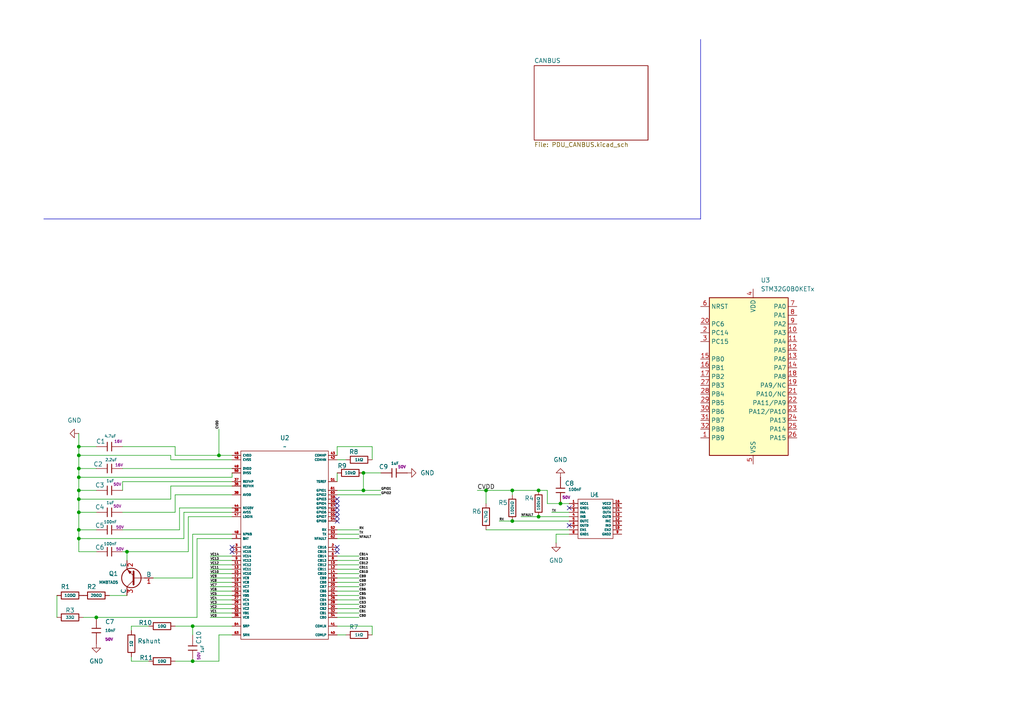
<source format=kicad_sch>
(kicad_sch (version 20231120) (generator "eeschema") (generator_version "8.0")
  (paper "A4")
  (junction (at 148.59 142.24))
  (junction (at 148.59 151.13))
  (junction (at 55.88 191.77))
  (junction (at 22.86 129.54))
  (junction (at 63.5 132.08))
  (junction (at 156.21 149.86))
  (junction (at 140.97 142.24))
  (junction (at 162.56 146.05))
  (junction (at 27.94 179.07))
  (junction (at 22.86 156.21))
  (junction (at 22.86 138.43))
  (junction (at 105.41 137.16))
  (junction (at 22.86 142.24))
  (junction (at 22.86 153.67))
  (junction (at 22.86 144.78))
  (junction (at 55.88 181.61))
  (junction (at 22.86 135.89))
  (junction (at 105.41 142.24))
  (junction (at 36.83 160.02))
  (junction (at 22.86 148.59))
  (junction (at 156.21 142.24))
  (junction (at 22.86 132.08))
  (no_connect (at 97.79 147.32))
  (no_connect (at 97.79 144.78))
  (no_connect (at 97.79 151.13))
  (no_connect (at 67.31 158.75))
  (no_connect (at 165.1 152.4))
  (no_connect (at 97.79 148.59))
  (no_connect (at 97.79 146.05))
  (no_connect (at 165.1 147.32))
  (no_connect (at 97.79 160.02))
  (no_connect (at 97.79 158.75))
  (no_connect (at 67.31 160.02))
  (no_connect (at 97.79 149.86))
  (wire (pts (xy 97.79 163.83) (xy 104.14 163.83)))
  (wire (pts (xy 49.53 140.97) (xy 49.53 144.78)))
  (wire (pts (xy 148.59 142.24) (xy 148.59 143.51)))
  (wire (pts (xy 50.8 143.51) (xy 67.31 143.51)))
  (wire (pts (xy 97.79 153.67) (xy 104.14 153.67)))
  (wire (pts (xy 160.02 148.59) (xy 165.1 148.59)))
  (wire (pts (xy 60.96 166.37) (xy 67.31 166.37)))
  (wire (pts (xy 36.83 160.02) (xy 54.61 160.02)))
  (wire (pts (xy 53.34 156.21) (xy 22.86 156.21)))
  (wire (pts (xy 27.94 179.07) (xy 57.15 179.07)))
  (wire (pts (xy 97.79 177.8) (xy 104.14 177.8)))
  (wire (pts (xy 148.59 142.24) (xy 156.21 142.24)))
  (wire (pts (xy 49.53 133.35) (xy 67.31 133.35)))
  (wire (pts (xy 22.86 153.67) (xy 27.94 153.67)))
  (wire (pts (xy 97.79 173.99) (xy 104.14 173.99)))
  (wire (pts (xy 49.53 144.78) (xy 22.86 144.78)))
  (wire (pts (xy 52.07 147.32) (xy 67.31 147.32)))
  (wire (pts (xy 16.51 172.72) (xy 16.51 179.07)))
  (wire (pts (xy 38.1 181.61) (xy 43.18 181.61)))
  (wire (pts (xy 97.79 142.24) (xy 105.41 142.24)))
  (wire (pts (xy 60.96 168.91) (xy 67.31 168.91)))
  (wire (pts (xy 60.96 167.64) (xy 67.31 167.64)))
  (wire (pts (xy 63.5 132.08) (xy 67.31 132.08)))
  (wire (pts (xy 60.96 162.56) (xy 67.31 162.56)))
  (wire (pts (xy 27.94 148.59) (xy 22.86 148.59)))
  (wire (pts (xy 97.79 139.7) (xy 97.79 137.16)))
  (wire (pts (xy 97.79 168.91) (xy 104.14 168.91)))
  (wire (pts (xy 22.86 132.08) (xy 49.53 132.08)))
  (wire (pts (xy 67.31 140.97) (xy 49.53 140.97)))
  (wire (pts (xy 50.8 148.59) (xy 50.8 143.51)))
  (wire (pts (xy 54.61 149.86) (xy 67.31 149.86)))
  (wire (pts (xy 22.86 153.67) (xy 22.86 148.59)))
  (wire (pts (xy 97.79 171.45) (xy 104.14 171.45)))
  (wire (pts (xy 60.96 179.07) (xy 67.31 179.07)))
  (wire (pts (xy 138.43 142.24) (xy 140.97 142.24)))
  (wire (pts (xy 140.97 142.24) (xy 140.97 146.05)))
  (wire (pts (xy 36.83 160.02) (xy 36.83 162.56)))
  (wire (pts (xy 35.56 139.7) (xy 67.31 139.7)))
  (wire (pts (xy 107.95 129.54) (xy 107.95 133.35)))
  (wire (pts (xy 97.79 162.56) (xy 104.14 162.56)))
  (wire (pts (xy 60.96 163.83) (xy 67.31 163.83)))
  (wire (pts (xy 161.29 157.48) (xy 161.29 154.94)))
  (wire (pts (xy 110.49 137.16) (xy 105.41 137.16)))
  (wire (pts (xy 97.79 184.15) (xy 100.33 184.15)))
  (wire (pts (xy 55.88 167.64) (xy 55.88 154.94)))
  (wire (pts (xy 156.21 142.24) (xy 158.75 142.24)))
  (wire (pts (xy 156.21 149.86) (xy 165.1 149.86)))
  (wire (pts (xy 60.96 177.8) (xy 67.31 177.8)))
  (wire (pts (xy 38.1 190.5) (xy 38.1 191.77)))
  (wire (pts (xy 22.86 156.21) (xy 22.86 160.02)))
  (wire (pts (xy 97.79 172.72) (xy 104.14 172.72)))
  (wire (pts (xy 22.86 144.78) (xy 22.86 148.59)))
  (wire (pts (xy 105.41 142.24) (xy 110.49 142.24)))
  (wire (pts (xy 67.31 184.15) (xy 63.5 184.15)))
  (wire (pts (xy 97.79 181.61) (xy 107.95 181.61)))
  (wire (pts (xy 97.79 132.08) (xy 97.79 129.54)))
  (wire (pts (xy 97.79 156.21) (xy 104.14 156.21)))
  (wire (pts (xy 50.8 181.61) (xy 55.88 181.61)))
  (wire (pts (xy 44.45 167.64) (xy 55.88 167.64)))
  (wire (pts (xy 140.97 142.24) (xy 148.59 142.24)))
  (wire (pts (xy 27.94 135.89) (xy 22.86 135.89)))
  (wire (pts (xy 97.79 170.18) (xy 104.14 170.18)))
  (wire (pts (xy 35.56 135.89) (xy 67.31 135.89)))
  (wire (pts (xy 38.1 182.88) (xy 38.1 181.61)))
  (wire (pts (xy 97.79 143.51) (xy 110.49 143.51)))
  (wire (pts (xy 55.88 191.77) (xy 63.5 191.77)))
  (wire (pts (xy 67.31 148.59) (xy 53.34 148.59)))
  (wire (pts (xy 54.61 160.02) (xy 54.61 149.86)))
  (wire (pts (xy 57.15 156.21) (xy 67.31 156.21)))
  (wire (pts (xy 97.79 154.94) (xy 104.14 154.94)))
  (wire (pts (xy 63.5 184.15) (xy 63.5 191.77)))
  (wire (pts (xy 38.1 191.77) (xy 43.18 191.77)))
  (wire (pts (xy 55.88 181.61) (xy 67.31 181.61)))
  (wire (pts (xy 97.79 129.54) (xy 107.95 129.54)))
  (wire (pts (xy 156.21 149.86) (xy 151.13 149.86)))
  (wire (pts (xy 140.97 153.67) (xy 165.1 153.67)))
  (wire (pts (xy 60.96 175.26) (xy 67.31 175.26)))
  (wire (pts (xy 158.75 142.24) (xy 158.75 146.05)))
  (wire (pts (xy 60.96 170.18) (xy 67.31 170.18)))
  (wire (pts (xy 161.29 154.94) (xy 165.1 154.94)))
  (wire (pts (xy 97.79 176.53) (xy 104.14 176.53)))
  (wire (pts (xy 22.86 129.54) (xy 22.86 132.08)))
  (wire (pts (xy 35.56 129.54) (xy 50.8 129.54)))
  (wire (pts (xy 22.86 144.78) (xy 22.86 142.24)))
  (wire (pts (xy 35.56 153.67) (xy 52.07 153.67)))
  (wire (pts (xy 50.8 129.54) (xy 50.8 132.08)))
  (wire (pts (xy 63.5 124.46) (xy 63.5 132.08)))
  (wire (pts (xy 60.96 173.99) (xy 67.31 173.99)))
  (wire (pts (xy 22.86 135.89) (xy 22.86 138.43)))
  (wire (pts (xy 60.96 161.29) (xy 67.31 161.29)))
  (wire (pts (xy 31.75 172.72) (xy 36.83 172.72)))
  (wire (pts (xy 57.15 179.07) (xy 57.15 156.21)))
  (wire (pts (xy 60.96 172.72) (xy 67.31 172.72)))
  (wire (pts (xy 50.8 132.08) (xy 63.5 132.08)))
  (wire (pts (xy 97.79 179.07) (xy 104.14 179.07)))
  (wire (pts (xy 22.86 138.43) (xy 67.31 138.43)))
  (wire (pts (xy 107.95 181.61) (xy 107.95 184.15)))
  (wire (pts (xy 97.79 175.26) (xy 104.14 175.26)))
  (wire (pts (xy 55.88 154.94) (xy 67.31 154.94)))
  (wire (pts (xy 55.88 184.15) (xy 55.88 181.61)))
  (wire (pts (xy 27.94 160.02) (xy 22.86 160.02)))
  (wire (pts (xy 144.78 151.13) (xy 148.59 151.13)))
  (wire (pts (xy 22.86 129.54) (xy 27.94 129.54)))
  (wire (pts (xy 105.41 137.16) (xy 105.41 142.24)))
  (wire (pts (xy 22.86 142.24) (xy 22.86 138.43)))
  (wire (pts (xy 60.96 176.53) (xy 67.31 176.53)))
  (wire (pts (xy 60.96 171.45) (xy 67.31 171.45)))
  (wire (pts (xy 67.31 138.43) (xy 67.31 137.16)))
  (wire (pts (xy 97.79 133.35) (xy 100.33 133.35)))
  (wire (pts (xy 52.07 153.67) (xy 52.07 147.32)))
  (polyline (pts (xy 203.2 11.43) (xy 203.2 63.5)))
  (wire (pts (xy 35.56 142.24) (xy 35.56 139.7)))
  (wire (pts (xy 97.79 166.37) (xy 104.14 166.37)))
  (wire (pts (xy 165.1 146.05) (xy 162.56 146.05)))
  (wire (pts (xy 162.56 146.05) (xy 158.75 146.05)))
  (wire (pts (xy 22.86 132.08) (xy 22.86 135.89)))
  (wire (pts (xy 60.96 165.1) (xy 67.31 165.1)))
  (wire (pts (xy 49.53 132.08) (xy 49.53 133.35)))
  (wire (pts (xy 35.56 160.02) (xy 36.83 160.02)))
  (polyline (pts (xy 12.7 63.5) (xy 203.2 63.5)))
  (wire (pts (xy 27.94 142.24) (xy 22.86 142.24)))
  (wire (pts (xy 22.86 125.73) (xy 22.86 129.54)))
  (wire (pts (xy 97.79 165.1) (xy 104.14 165.1)))
  (wire (pts (xy 24.13 179.07) (xy 27.94 179.07)))
  (wire (pts (xy 53.34 148.59) (xy 53.34 156.21)))
  (wire (pts (xy 97.79 167.64) (xy 104.14 167.64)))
  (wire (pts (xy 97.79 161.29) (xy 104.14 161.29)))
  (wire (pts (xy 35.56 148.59) (xy 50.8 148.59)))
  (wire (pts (xy 22.86 156.21) (xy 22.86 153.67)))
  (wire (pts (xy 50.8 191.77) (xy 55.88 191.77)))
  (wire (pts (xy 148.59 151.13) (xy 165.1 151.13)))
  (label "GPIO2" (at 110.49 143.51 0) (effects (font (size 0.635 0.635))))
  (label "CB10" (at 104.14 166.37 0) (effects (font (size 0.635 0.635))))
  (label "RX" (at 144.78 151.13 0) (effects (font (size 0.635 0.635))))
  (label "CB2" (at 104.14 176.53 0) (effects (font (size 0.635 0.635))))
  (label "NFAULT" (at 151.13 149.86 0) (effects (font (size 0.635 0.635))))
  (label "CB14" (at 104.14 161.29 0) (effects (font (size 0.635 0.635))))
  (label "VC14" (at 60.96 161.29 0) (effects (font (size 0.635 0.635))))
  (label "VC10" (at 60.96 166.37 0) (effects (font (size 0.635 0.635))))
  (label "CVDD" (at 63.5 124.46 90) (effects (font (size 0.635 0.635))))
  (label "CB12" (at 104.14 163.83 0) (effects (font (size 0.635 0.635))))
  (label "VC8" (at 60.96 168.91 0) (effects (font (size 0.635 0.635))))
  (label "CVDD" (at 138.43 142.24 0))
  (label "CB13" (at 104.14 162.56 0) (effects (font (size 0.635 0.635))))
  (label "VC4" (at 60.96 173.99 0) (effects (font (size 0.635 0.635))))
  (label "CB6" (at 104.14 171.45 0) (effects (font (size 0.635 0.635))))
  (label "VC11" (at 60.96 165.1 0) (effects (font (size 0.635 0.635))))
  (label "CB1" (at 104.14 177.8 0) (effects (font (size 0.635 0.635))))
  (label "CB9" (at 104.14 167.64 0) (effects (font (size 0.635 0.635))))
  (label "RX" (at 104.14 153.67 0) (effects (font (size 0.635 0.635))))
  (label "CB8" (at 104.14 168.91 0) (effects (font (size 0.635 0.635))))
  (label "CB11" (at 104.14 165.1 0) (effects (font (size 0.635 0.635))))
  (label "NFAULT" (at 104.14 156.21 0) (effects (font (size 0.635 0.635))))
  (label "VC13" (at 60.96 162.56 0) (effects (font (size 0.635 0.635))))
  (label "VC7" (at 60.96 170.18 0) (effects (font (size 0.635 0.635))))
  (label "VC3" (at 60.96 175.26 0) (effects (font (size 0.635 0.635))))
  (label "CB7" (at 104.14 170.18 0) (effects (font (size 0.635 0.635))))
  (label "VC5" (at 60.96 172.72 0) (effects (font (size 0.635 0.635))))
  (label "CB4" (at 104.14 173.99 0) (effects (font (size 0.635 0.635))))
  (label "VC12" (at 60.96 163.83 0) (effects (font (size 0.635 0.635))))
  (label "VC1" (at 60.96 177.8 0) (effects (font (size 0.635 0.635))))
  (label "VC9" (at 60.96 167.64 0) (effects (font (size 0.635 0.635))))
  (label "VC0" (at 60.96 179.07 0) (effects (font (size 0.635 0.635))))
  (label "CB0" (at 104.14 179.07 0) (effects (font (size 0.635 0.635))))
  (label "CB5" (at 104.14 172.72 0) (effects (font (size 0.635 0.635))))
  (label "GPIO1" (at 110.49 142.24 0) (effects (font (size 0.635 0.635))))
  (label "CB3" (at 104.14 175.26 0) (effects (font (size 0.635 0.635))))
  (label "VC2" (at 60.96 176.53 0) (effects (font (size 0.635 0.635))))
  (label "TX" (at 104.14 154.94 0) (effects (font (size 0.635 0.635))))
  (label "TX" (at 160.02 148.59 0) (effects (font (size 0.635 0.635))))
  (label "VC6" (at 60.96 171.45 0) (effects (font (size 0.635 0.635))))
  (symbol (lib_id "power:GND") (at 161.29 157.48 0) (unit 1)
    (property "Reference" "#PWR04" (effects (hide yes)))
    (property "Value" "GND" (at 161.29 162.56 0))
    (property "Description" "Power symbol creates a global label with name \"GND\" , ground" (effects (hide yes)))
  )
  (symbol (lib_id "power:GND") (at 27.94 186.69 0) (unit 1)
    (property "Reference" "#PWR02" (effects (hide yes)))
    (property "Value" "GND" (at 27.94 191.77 0))
    (property "Description" "Power symbol creates a global label with name \"GND\" , ground" (effects (hide yes)))
  )
  (symbol (lib_id "PCM_JLCPCB-Resistors:1206,1Ω") (at 38.1 186.69 0) (unit 1)
    (property "Reference" "Rshunt" (at 39.878 185.928 0) (effects (justify left)))
    (property "Value" "1Ω" (at 38.1 186.69 90) (effects (font (size 0.8 0.8))))
    (property "Footprint" "PCM_JLCPCB:R_1206" (effects (hide yes)))
    (property "Datasheet" "https://www.lcsc.com/datasheet/lcsc_datasheet_2206010145_UNI-ROYAL-Uniroyal-Elec-1206W4F100KT5E_C17928.pdf" (effects (hide yes)))
    (property "Description" "250mW Thick Film Resistors 200V ±800ppm/°C ±1% 1Ω 1206 Chip Resistor - Surface Mount ROHS" (effects (hide yes)))
    (property "LCSC" "C17928" (effects (hide yes)))
    (property "Stock" "317727" (effects (hide yes)))
    (property "Price" "0.008USD" (effects (hide yes)))
    (property "Process" "SMT" (effects (hide yes)))
    (property "Minimum Qty" "20" (effects (hide yes)))
    (property "Attrition Qty" "10" (effects (hide yes)))
    (property "Class" "Basic Component" (effects (hide yes)))
    (property "Category" "Resistors,Chip Resistor - Surface Mount" (effects (hide yes)))
    (property "Manufacturer" "UNI-ROYAL(Uniroyal Elec)" (effects (hide yes)))
    (property "Part" "1206W4F100KT5E" (effects (hide yes)))
    (property "Resistance" "1Ω" (effects (hide yes)))
    (property "Power(Watts)" "250mW" (effects (hide yes)))
    (property "Type" "Thick Film Resistors" (effects (hide yes)))
    (property "Overload Voltage (Max)" "200V" (effects (hide yes)))
    (property "Operating Temperature Range" "-55°C~+155°C" (effects (hide yes)))
    (property "Tolerance" "±1%" (effects (hide yes)))
    (property "Temperature Coefficient" "±800ppm/°C" (effects (hide yes)))
  )
  (symbol (lib_id "PCM_JLCPCB-Resistors:0603,200Ω") (at 27.94 172.72 90) (unit 1)
    (property "Reference" "R2" (at 27.9399 170.18 90) (effects (justify left)))
    (property "Value" "200Ω" (at 27.94 172.72 90) (effects (font (size 0.8 0.8))))
    (property "Footprint" "PCM_JLCPCB:R_0603" (effects (hide yes)))
    (property "Datasheet" "https://www.lcsc.com/datasheet/lcsc_datasheet_2206010216_UNI-ROYAL-Uniroyal-Elec-0603WAF2000T5E_C8218.pdf" (effects (hide yes)))
    (property "Description" "100mW Thick Film Resistors 75V ±100ppm/°C ±1% 200Ω 0603 Chip Resistor - Surface Mount ROHS" (effects (hide yes)))
    (property "LCSC" "C8218" (effects (hide yes)))
    (property "Stock" "1316508" (effects (hide yes)))
    (property "Price" "0.004USD" (effects (hide yes)))
    (property "Process" "SMT" (effects (hide yes)))
    (property "Minimum Qty" "20" (effects (hide yes)))
    (property "Attrition Qty" "10" (effects (hide yes)))
    (property "Class" "Basic Component" (effects (hide yes)))
    (property "Category" "Resistors,Chip Resistor - Surface Mount" (effects (hide yes)))
    (property "Manufacturer" "UNI-ROYAL(Uniroyal Elec)" (effects (hide yes)))
    (property "Part" "0603WAF2000T5E" (effects (hide yes)))
    (property "Resistance" "200Ω" (effects (hide yes)))
    (property "Power(Watts)" "100mW" (effects (hide yes)))
    (property "Type" "Thick Film Resistors" (effects (hide yes)))
    (property "Overload Voltage (Max)" "75V" (effects (hide yes)))
    (property "Operating Temperature Range" "-55°C~+155°C" (effects (hide yes)))
    (property "Tolerance" "±1%" (effects (hide yes)))
    (property "Temperature Coefficient" "±100ppm/°C" (effects (hide yes)))
  )
  (symbol (lib_id "PCM_JLCPCB-Transistors:NPN,MMBTA05") (at 39.37 167.64 180) (unit 1)
    (property "Reference" "Q1" (at 34.29 166.3699 0) (effects (justify left)))
    (property "Value" "MMBTA05" (at 34.29 168.91 0) (effects (font (size 0.8 0.8)) (justify left)))
    (property "Footprint" "PCM_JLCPCB:Q_SOT-23" (effects (hide yes)))
    (property "Datasheet" "https://www.lcsc.com/datasheet/lcsc_datasheet_2410161104_hongjiacheng-MMBTA05_C41375114.pdf" (effects (hide yes)))
    (property "Description" "60V 300mW 400@10mA,1V 500mA NPN SOT-23 Bipolar (BJT) ROHS" (effects (hide yes)))
    (property "LCSC" "C41375114" (effects (hide yes)))
    (property "Stock" "37032" (effects (hide yes)))
    (property "Price" "0.027USD" (effects (hide yes)))
    (property "Process" "SMT" (effects (hide yes)))
    (property "Minimum Qty" "10" (effects (hide yes)))
    (property "Attrition Qty" "4" (effects (hide yes)))
    (property "Class" "Preferred Component" (effects (hide yes)))
    (property "Category" "Transistors/Thyristors,Bipolar (BJT)" (effects (hide yes)))
    (property "Manufacturer" "hongjiacheng" (effects (hide yes)))
    (property "Part" "MMBTA05" (effects (hide yes)))
    (property "Transition Frequency (fT)" "7GHz" (effects (hide yes)))
    (property "Operating Temperature" "-55°C~+155°C@(Tj)" (effects (hide yes)))
    (property "Collector Cut-Off Current (Icbo)" "100nA" (effects (hide yes)))
    (property "Transistor Type" "NPN" (effects (hide yes)))
    (property "DC Current Gain (hFE@Ic,Vce)" "400@10mA,1V" (effects (hide yes)))
    (property "Power Dissipation (Pd)" "300mW" (effects (hide yes)))
    (property "Collector Current (Ic)" "500mA" (effects (hide yes)))
    (property "Collector-Emitter Saturation Voltage (VCE(sat)@Ic,Ib)" "250mV@100mA,10mA" (effects (hide yes)))
    (property "Collector-Emitter Breakdown Voltage (Vceo)" "60V" (effects (hide yes)))
  )
  (symbol (lib_id "PCM_JLCPCB-Capacitors:0603,2.2uF") (at 31.75 135.89 90) (unit 1)
    (property "Reference" "C2" (at 28.448 134.62 90))
    (property "Value" "2.2uF" (at 32.258 133.35 90) (effects (font (size 0.8 0.8))))
    (property "Footprint" "PCM_JLCPCB:C_0603" (effects (hide yes)))
    (property "Datasheet" "https://www.lcsc.com/datasheet/lcsc_datasheet_2304140030_Samsung-Electro-Mechanics-CL10A225KO8NNNC_C23630.pdf" (effects (hide yes)))
    (property "Description" "16V 2.2uF X5R ±10% 0603 Multilayer Ceramic Capacitors MLCC - SMD/SMT ROHS" (effects (hide yes)))
    (property "LCSC" "C23630" (effects (hide yes)))
    (property "Stock" "2172454" (effects (hide yes)))
    (property "Price" "0.009USD" (effects (hide yes)))
    (property "Process" "SMT" (effects (hide yes)))
    (property "Minimum Qty" "20" (effects (hide yes)))
    (property "Attrition Qty" "10" (effects (hide yes)))
    (property "Class" "Basic Component" (effects (hide yes)))
    (property "Category" "Capacitors,Multilayer Ceramic Capacitors MLCC - SMD/SMT" (effects (hide yes)))
    (property "Manufacturer" "Samsung Electro-Mechanics" (effects (hide yes)))
    (property "Part" "CL10A225KO8NNNC" (effects (hide yes)))
    (property "Voltage Rated" "16V" (at 34.544 134.874 90) (effects (font (size 0.8 0.8))))
    (property "Tolerance" "±10%" (effects (hide yes)))
    (property "Capacitance" "2.2uF" (effects (hide yes)))
    (property "Temperature Coefficient" "X5R" (effects (hide yes)))
  )
  (symbol (lib_id "PCM_JLCPCB-Capacitors:0603,100nF") (at 31.75 153.67 90) (unit 1)
    (property "Reference" "C5" (at 28.956 152.4 90))
    (property "Value" "100nF" (at 32.004 151.384 90) (effects (font (size 0.8 0.8))))
    (property "Footprint" "PCM_JLCPCB:C_0603" (effects (hide yes)))
    (property "Datasheet" "https://www.lcsc.com/datasheet/lcsc_datasheet_2211101700_YAGEO-CC0603KRX7R9BB104_C14663.pdf" (effects (hide yes)))
    (property "Description" "50V 100nF X7R ±10% 0603 Multilayer Ceramic Capacitors MLCC - SMD/SMT ROHS" (effects (hide yes)))
    (property "LCSC" "C14663" (effects (hide yes)))
    (property "Stock" "67932051" (effects (hide yes)))
    (property "Price" "0.006USD" (effects (hide yes)))
    (property "Process" "SMT" (effects (hide yes)))
    (property "Minimum Qty" "20" (effects (hide yes)))
    (property "Attrition Qty" "6" (effects (hide yes)))
    (property "Class" "Basic Component" (effects (hide yes)))
    (property "Category" "Capacitors,Multilayer Ceramic Capacitors MLCC - SMD/SMT" (effects (hide yes)))
    (property "Manufacturer" "YAGEO" (effects (hide yes)))
    (property "Part" "CC0603KRX7R9BB104" (effects (hide yes)))
    (property "Voltage Rated" "50V" (at 34.798 152.908 90) (effects (font (size 0.8 0.8))))
    (property "Tolerance" "±10%" (effects (hide yes)))
    (property "Capacitance" "100nF" (effects (hide yes)))
    (property "Temperature Coefficient" "X7R" (effects (hide yes)))
  )
  (symbol (lib_id "PCM_JLCPCB-Capacitors:0603,1uF") (at 31.75 142.24 270) (unit 1)
    (property "Reference" "C3" (at 28.956 140.716 90))
    (property "Value" "1uF" (at 32.004 139.446 90) (effects (font (size 0.8 0.8))))
    (property "Footprint" "PCM_JLCPCB:C_0603" (effects (hide yes)))
    (property "Datasheet" "https://www.lcsc.com/datasheet/lcsc_datasheet_2304140030_Samsung-Electro-Mechanics-CL10A105KB8NNNC_C15849.pdf" (effects (hide yes)))
    (property "Description" "50V 1uF X5R ±10% 0603 Multilayer Ceramic Capacitors MLCC - SMD/SMT ROHS" (effects (hide yes)))
    (property "LCSC" "C15849" (effects (hide yes)))
    (property "Stock" "13513369" (effects (hide yes)))
    (property "Price" "0.008USD" (effects (hide yes)))
    (property "Process" "SMT" (effects (hide yes)))
    (property "Minimum Qty" "20" (effects (hide yes)))
    (property "Attrition Qty" "10" (effects (hide yes)))
    (property "Class" "Basic Component" (effects (hide yes)))
    (property "Category" "Capacitors,Multilayer Ceramic Capacitors MLCC - SMD/SMT" (effects (hide yes)))
    (property "Manufacturer" "Samsung Electro-Mechanics" (effects (hide yes)))
    (property "Part" "CL10A105KB8NNNC" (effects (hide yes)))
    (property "Voltage Rated" "50V" (at 34.036 140.462 90) (effects (font (size 0.8 0.8))))
    (property "Tolerance" "±10%" (effects (hide yes)))
    (property "Capacitance" "1uF" (effects (hide yes)))
    (property "Temperature Coefficient" "X5R" (effects (hide yes)))
  )
  (symbol (lib_id "ISO7742x:ISO7742FDWR") (at 172.72 151.13 0) (unit 1)
    (property "Reference" "U1" (at 172.466 143.51 0))
    (property "Value" "~" (at 172.72 143.51 0))
    (property "Footprint" "ISO7742:SOIC127P1030X265-16N" (effects (hide yes)))
  )
  (symbol (lib_id "PCM_JLCPCB-Resistors:0603,10Ω") (at 46.99 191.77 90) (unit 1)
    (property "Reference" "R11" (at 42.418 190.754 90))
    (property "Value" "10Ω" (at 46.99 191.77 90) (effects (font (size 0.8 0.8))))
    (property "Footprint" "PCM_JLCPCB:R_0603" (effects (hide yes)))
    (property "Datasheet" "https://www.lcsc.com/datasheet/lcsc_datasheet_2206010130_UNI-ROYAL-Uniroyal-Elec-0603WAF100JT5E_C22859.pdf" (effects (hide yes)))
    (property "Description" "100mW Thick Film Resistors 75V ±1% ±400ppm/°C 10Ω 0603 Chip Resistor - Surface Mount ROHS" (effects (hide yes)))
    (property "LCSC" "C22859" (effects (hide yes)))
    (property "Stock" "4818063" (effects (hide yes)))
    (property "Price" "0.004USD" (effects (hide yes)))
    (property "Process" "SMT" (effects (hide yes)))
    (property "Minimum Qty" "20" (effects (hide yes)))
    (property "Attrition Qty" "10" (effects (hide yes)))
    (property "Class" "Basic Component" (effects (hide yes)))
    (property "Category" "Resistors,Chip Resistor - Surface Mount" (effects (hide yes)))
    (property "Manufacturer" "UNI-ROYAL(Uniroyal Elec)" (effects (hide yes)))
    (property "Part" "0603WAF100JT5E" (effects (hide yes)))
    (property "Resistance" "10Ω" (effects (hide yes)))
    (property "Power(Watts)" "100mW" (effects (hide yes)))
    (property "Type" "Thick Film Resistors" (effects (hide yes)))
    (property "Overload Voltage (Max)" "75V" (effects (hide yes)))
    (property "Operating Temperature Range" "-55°C~+155°C" (effects (hide yes)))
    (property "Tolerance" "±1%" (effects (hide yes)))
    (property "Temperature Coefficient" "±400ppm/°C" (effects (hide yes)))
  )
  (symbol (lib_id "power:GND") (at 118.11 137.16 90) (unit 1)
    (property "Reference" "#PWR05" (effects (hide yes)))
    (property "Value" "GND" (at 121.92 137.1599 90) (effects (justify right)))
    (property "Description" "Power symbol creates a global label with name \"GND\" , ground" (effects (hide yes)))
  )
  (symbol (lib_id "PCM_JLCPCB-Capacitors:0603,1uF") (at 114.3 137.16 270) (unit 1)
    (property "Reference" "C9" (at 111.252 135.382 90))
    (property "Value" "1uF" (at 114.554 134.366 90) (effects (font (size 0.8 0.8))))
    (property "Footprint" "PCM_JLCPCB:C_0603" (effects (hide yes)))
    (property "Datasheet" "https://www.lcsc.com/datasheet/lcsc_datasheet_2304140030_Samsung-Electro-Mechanics-CL10A105KB8NNNC_C15849.pdf" (effects (hide yes)))
    (property "Description" "50V 1uF X5R ±10% 0603 Multilayer Ceramic Capacitors MLCC - SMD/SMT ROHS" (effects (hide yes)))
    (property "LCSC" "C15849" (effects (hide yes)))
    (property "Stock" "13513369" (effects (hide yes)))
    (property "Price" "0.008USD" (effects (hide yes)))
    (property "Process" "SMT" (effects (hide yes)))
    (property "Minimum Qty" "20" (effects (hide yes)))
    (property "Attrition Qty" "10" (effects (hide yes)))
    (property "Class" "Basic Component" (effects (hide yes)))
    (property "Category" "Capacitors,Multilayer Ceramic Capacitors MLCC - SMD/SMT" (effects (hide yes)))
    (property "Manufacturer" "Samsung Electro-Mechanics" (effects (hide yes)))
    (property "Part" "CL10A105KB8NNNC" (effects (hide yes)))
    (property "Voltage Rated" "50V" (at 116.586 135.382 90) (effects (font (size 0.8 0.8))))
    (property "Tolerance" "±10%" (effects (hide yes)))
    (property "Capacitance" "1uF" (effects (hide yes)))
    (property "Temperature Coefficient" "X5R" (effects (hide yes)))
  )
  (symbol (lib_id "BQ79656-Q1:BQ79656-Q1") (at 82.55 160.02 0) (unit 1)
    (property "Reference" "U2" (at 82.604 127 0))
    (property "Value" "~" (at 82.604 129.54 0))
    (property "Footprint" "BQ79656:IC_AMC7812BSPAP" (effects (hide yes)))
  )
  (symbol (lib_id "PCM_JLCPCB-Capacitors:0603,100nF") (at 31.75 160.02 90) (unit 1)
    (property "Reference" "C6" (at 28.956 158.75 90))
    (property "Value" "100nF" (at 32.004 157.734 90) (effects (font (size 0.8 0.8))))
    (property "Footprint" "PCM_JLCPCB:C_0603" (effects (hide yes)))
    (property "Datasheet" "https://www.lcsc.com/datasheet/lcsc_datasheet_2211101700_YAGEO-CC0603KRX7R9BB104_C14663.pdf" (effects (hide yes)))
    (property "Description" "50V 100nF X7R ±10% 0603 Multilayer Ceramic Capacitors MLCC - SMD/SMT ROHS" (effects (hide yes)))
    (property "LCSC" "C14663" (effects (hide yes)))
    (property "Stock" "67932051" (effects (hide yes)))
    (property "Price" "0.006USD" (effects (hide yes)))
    (property "Process" "SMT" (effects (hide yes)))
    (property "Minimum Qty" "20" (effects (hide yes)))
    (property "Attrition Qty" "6" (effects (hide yes)))
    (property "Class" "Basic Component" (effects (hide yes)))
    (property "Category" "Capacitors,Multilayer Ceramic Capacitors MLCC - SMD/SMT" (effects (hide yes)))
    (property "Manufacturer" "YAGEO" (effects (hide yes)))
    (property "Part" "CC0603KRX7R9BB104" (effects (hide yes)))
    (property "Voltage Rated" "50V" (at 34.798 159.258 90) (effects (font (size 0.8 0.8))))
    (property "Tolerance" "±10%" (effects (hide yes)))
    (property "Capacitance" "100nF" (effects (hide yes)))
    (property "Temperature Coefficient" "X7R" (effects (hide yes)))
  )
  (symbol (lib_id "PCM_JLCPCB-Capacitors:0603,1uF") (at 31.75 148.59 270) (unit 1)
    (property "Reference" "C4" (at 28.956 147.066 90))
    (property "Value" "1uF" (at 32.004 145.796 90) (effects (font (size 0.8 0.8))))
    (property "Footprint" "PCM_JLCPCB:C_0603" (effects (hide yes)))
    (property "Datasheet" "https://www.lcsc.com/datasheet/lcsc_datasheet_2304140030_Samsung-Electro-Mechanics-CL10A105KB8NNNC_C15849.pdf" (effects (hide yes)))
    (property "Description" "50V 1uF X5R ±10% 0603 Multilayer Ceramic Capacitors MLCC - SMD/SMT ROHS" (effects (hide yes)))
    (property "LCSC" "C15849" (effects (hide yes)))
    (property "Stock" "13513369" (effects (hide yes)))
    (property "Price" "0.008USD" (effects (hide yes)))
    (property "Process" "SMT" (effects (hide yes)))
    (property "Minimum Qty" "20" (effects (hide yes)))
    (property "Attrition Qty" "10" (effects (hide yes)))
    (property "Class" "Basic Component" (effects (hide yes)))
    (property "Category" "Capacitors,Multilayer Ceramic Capacitors MLCC - SMD/SMT" (effects (hide yes)))
    (property "Manufacturer" "Samsung Electro-Mechanics" (effects (hide yes)))
    (property "Part" "CL10A105KB8NNNC" (effects (hide yes)))
    (property "Voltage Rated" "50V" (at 34.036 146.812 90) (effects (font (size 0.8 0.8))))
    (property "Tolerance" "±10%" (effects (hide yes)))
    (property "Capacitance" "1uF" (effects (hide yes)))
    (property "Temperature Coefficient" "X5R" (effects (hide yes)))
  )
  (symbol (lib_id "PCM_JLCPCB-Resistors:0603,1kΩ") (at 104.14 184.15 90) (unit 1)
    (property "Reference" "R7" (at 102.616 181.864 90))
    (property "Value" "1kΩ" (at 104.14 184.15 90) (effects (font (size 0.8 0.8))))
    (property "Footprint" "PCM_JLCPCB:R_0603" (effects (hide yes)))
    (property "Datasheet" "https://www.lcsc.com/datasheet/lcsc_datasheet_2206010130_UNI-ROYAL-Uniroyal-Elec-0603WAF1001T5E_C21190.pdf" (effects (hide yes)))
    (property "Description" "100mW Thick Film Resistors 75V ±100ppm/°C ±1% 1kΩ 0603 Chip Resistor - Surface Mount ROHS" (effects (hide yes)))
    (property "LCSC" "C21190" (effects (hide yes)))
    (property "Stock" "20078991" (effects (hide yes)))
    (property "Price" "0.004USD" (effects (hide yes)))
    (property "Process" "SMT" (effects (hide yes)))
    (property "Minimum Qty" "20" (effects (hide yes)))
    (property "Attrition Qty" "10" (effects (hide yes)))
    (property "Class" "Basic Component" (effects (hide yes)))
    (property "Category" "Resistors,Chip Resistor - Surface Mount" (effects (hide yes)))
    (property "Manufacturer" "UNI-ROYAL(Uniroyal Elec)" (effects (hide yes)))
    (property "Part" "0603WAF1001T5E" (effects (hide yes)))
    (property "Resistance" "1kΩ" (effects (hide yes)))
    (property "Power(Watts)" "100mW" (effects (hide yes)))
    (property "Type" "Thick Film Resistors" (effects (hide yes)))
    (property "Overload Voltage (Max)" "75V" (effects (hide yes)))
    (property "Operating Temperature Range" "-55°C~+155°C" (effects (hide yes)))
    (property "Tolerance" "±1%" (effects (hide yes)))
    (property "Temperature Coefficient" "±100ppm/°C" (effects (hide yes)))
  )
  (symbol (lib_id "PCM_JLCPCB-Capacitors:0603,1uF") (at 55.88 187.96 180) (unit 1)
    (property "Reference" "C10" (at 57.658 184.912 90))
    (property "Value" "1uF" (at 58.674 188.214 90) (effects (font (size 0.8 0.8))))
    (property "Footprint" "PCM_JLCPCB:C_0603" (effects (hide yes)))
    (property "Datasheet" "https://www.lcsc.com/datasheet/lcsc_datasheet_2304140030_Samsung-Electro-Mechanics-CL10A105KB8NNNC_C15849.pdf" (effects (hide yes)))
    (property "Description" "50V 1uF X5R ±10% 0603 Multilayer Ceramic Capacitors MLCC - SMD/SMT ROHS" (effects (hide yes)))
    (property "LCSC" "C15849" (effects (hide yes)))
    (property "Stock" "13513369" (effects (hide yes)))
    (property "Price" "0.008USD" (effects (hide yes)))
    (property "Process" "SMT" (effects (hide yes)))
    (property "Minimum Qty" "20" (effects (hide yes)))
    (property "Attrition Qty" "10" (effects (hide yes)))
    (property "Class" "Basic Component" (effects (hide yes)))
    (property "Category" "Capacitors,Multilayer Ceramic Capacitors MLCC - SMD/SMT" (effects (hide yes)))
    (property "Manufacturer" "Samsung Electro-Mechanics" (effects (hide yes)))
    (property "Part" "CL10A105KB8NNNC" (effects (hide yes)))
    (property "Voltage Rated" "50V" (at 57.658 190.246 90) (effects (font (size 0.8 0.8))))
    (property "Tolerance" "±10%" (effects (hide yes)))
    (property "Capacitance" "1uF" (effects (hide yes)))
    (property "Temperature Coefficient" "X5R" (effects (hide yes)))
  )
  (symbol (lib_id "PCM_JLCPCB-Capacitors:0603,4.7uF") (at 31.75 129.54 90) (unit 1)
    (property "Reference" "C1" (at 29.21 128.016 90))
    (property "Value" "4.7uF" (at 32.004 126.492 90) (effects (font (size 0.8 0.8))))
    (property "Footprint" "PCM_JLCPCB:C_0603" (effects (hide yes)))
    (property "Datasheet" "https://www.lcsc.com/datasheet/lcsc_datasheet_2304140030_Samsung-Electro-Mechanics-CL10A475KO8NNNC_C19666.pdf" (effects (hide yes)))
    (property "Description" "16V 4.7uF X5R ±10% 0603 Multilayer Ceramic Capacitors MLCC - SMD/SMT ROHS" (effects (hide yes)))
    (property "LCSC" "C19666" (effects (hide yes)))
    (property "Stock" "1112522" (effects (hide yes)))
    (property "Price" "0.013USD" (effects (hide yes)))
    (property "Process" "SMT" (effects (hide yes)))
    (property "Minimum Qty" "20" (effects (hide yes)))
    (property "Attrition Qty" "10" (effects (hide yes)))
    (property "Class" "Basic Component" (effects (hide yes)))
    (property "Category" "Capacitors,Multilayer Ceramic Capacitors MLCC - SMD/SMT" (effects (hide yes)))
    (property "Manufacturer" "Samsung Electro-Mechanics" (effects (hide yes)))
    (property "Part" "CL10A475KO8NNNC" (effects (hide yes)))
    (property "Voltage Rated" "16V" (at 34.29 128.016 90) (effects (font (size 0.8 0.8))))
    (property "Tolerance" "±10%" (effects (hide yes)))
    (property "Capacitance" "4.7uF" (effects (hide yes)))
    (property "Temperature Coefficient" "X5R" (effects (hide yes)))
  )
  (symbol (lib_id "PCM_JLCPCB-Resistors:0603,10Ω") (at 46.99 181.61 90) (unit 1)
    (property "Reference" "R10" (at 42.164 180.594 90))
    (property "Value" "10Ω" (at 46.99 181.61 90) (effects (font (size 0.8 0.8))))
    (property "Footprint" "PCM_JLCPCB:R_0603" (effects (hide yes)))
    (property "Datasheet" "https://www.lcsc.com/datasheet/lcsc_datasheet_2206010130_UNI-ROYAL-Uniroyal-Elec-0603WAF100JT5E_C22859.pdf" (effects (hide yes)))
    (property "Description" "100mW Thick Film Resistors 75V ±1% ±400ppm/°C 10Ω 0603 Chip Resistor - Surface Mount ROHS" (effects (hide yes)))
    (property "LCSC" "C22859" (effects (hide yes)))
    (property "Stock" "4818063" (effects (hide yes)))
    (property "Price" "0.004USD" (effects (hide yes)))
    (property "Process" "SMT" (effects (hide yes)))
    (property "Minimum Qty" "20" (effects (hide yes)))
    (property "Attrition Qty" "10" (effects (hide yes)))
    (property "Class" "Basic Component" (effects (hide yes)))
    (property "Category" "Resistors,Chip Resistor - Surface Mount" (effects (hide yes)))
    (property "Manufacturer" "UNI-ROYAL(Uniroyal Elec)" (effects (hide yes)))
    (property "Part" "0603WAF100JT5E" (effects (hide yes)))
    (property "Resistance" "10Ω" (effects (hide yes)))
    (property "Power(Watts)" "100mW" (effects (hide yes)))
    (property "Type" "Thick Film Resistors" (effects (hide yes)))
    (property "Overload Voltage (Max)" "75V" (effects (hide yes)))
    (property "Operating Temperature Range" "-55°C~+155°C" (effects (hide yes)))
    (property "Tolerance" "±1%" (effects (hide yes)))
    (property "Temperature Coefficient" "±400ppm/°C" (effects (hide yes)))
  )
  (symbol (lib_id "PCM_JLCPCB-Resistors:0603,100Ω") (at 20.32 172.72 90) (unit 1)
    (property "Reference" "R1" (at 20.3199 170.18 90) (effects (justify left)))
    (property "Value" "100Ω" (at 20.32 172.72 90) (effects (font (size 0.8 0.8))))
    (property "Footprint" "PCM_JLCPCB:R_0603" (effects (hide yes)))
    (property "Datasheet" "https://www.lcsc.com/datasheet/lcsc_datasheet_2411221126_UNI-ROYAL-Uniroyal-Elec-0603WAF1000T5E_C22775.pdf" (effects (hide yes)))
    (property "Description" "100mW Thick Film Resistors 75V ±1% ±200ppm/°C 100Ω 0603 Chip Resistor - Surface Mount ROHS" (effects (hide yes)))
    (property "LCSC" "C22775" (effects (hide yes)))
    (property "Stock" "4155673" (effects (hide yes)))
    (property "Price" "0.004USD" (effects (hide yes)))
    (property "Process" "SMT" (effects (hide yes)))
    (property "Minimum Qty" "20" (effects (hide yes)))
    (property "Attrition Qty" "10" (effects (hide yes)))
    (property "Class" "Basic Component" (effects (hide yes)))
    (property "Category" "Resistors,Chip Resistor - Surface Mount" (effects (hide yes)))
    (property "Manufacturer" "UNI-ROYAL(Uniroyal Elec)" (effects (hide yes)))
    (property "Part" "0603WAF1000T5E" (effects (hide yes)))
    (property "Resistance" "100Ω" (effects (hide yes)))
    (property "Power(Watts)" "100mW" (effects (hide yes)))
    (property "Type" "Thick Film Resistors" (effects (hide yes)))
    (property "Overload Voltage (Max)" "75V" (effects (hide yes)))
    (property "Operating Temperature Range" "-55°C~+155°C" (effects (hide yes)))
    (property "Tolerance" "±1%" (effects (hide yes)))
    (property "Temperature Coefficient" "±200ppm/°C" (effects (hide yes)))
  )
  (symbol (lib_id "PCM_JLCPCB-Resistors:0402,10kΩ") (at 101.6 137.16 90) (unit 1)
    (property "Reference" "R9" (at 100.584 135.128 90) (effects (justify left)))
    (property "Value" "10kΩ" (at 101.6 137.16 90) (effects (font (size 0.8 0.8))))
    (property "Footprint" "PCM_JLCPCB:R_0402" (effects (hide yes)))
    (property "Datasheet" "https://www.lcsc.com/datasheet/lcsc_datasheet_2411221126_UNI-ROYAL-Uniroyal-Elec-0402WGF1002TCE_C25744.pdf" (effects (hide yes)))
    (property "Description" "62.5mW Thick Film Resistors 50V ±100ppm/°C ±1% 10kΩ 0402 Chip Resistor - Surface Mount ROHS" (effects (hide yes)))
    (property "LCSC" "C25744" (effects (hide yes)))
    (property "Stock" "11409632" (effects (hide yes)))
    (property "Price" "0.004USD" (effects (hide yes)))
    (property "Process" "SMT" (effects (hide yes)))
    (property "Minimum Qty" "5" (effects (hide yes)))
    (property "Attrition Qty" "0" (effects (hide yes)))
    (property "Class" "Basic Component" (effects (hide yes)))
    (property "Category" "Resistors,Chip Resistor - Surface Mount" (effects (hide yes)))
    (property "Manufacturer" "UNI-ROYAL(Uniroyal Elec)" (effects (hide yes)))
    (property "Part" "0402WGF1002TCE" (effects (hide yes)))
    (property "Resistance" "10kΩ" (effects (hide yes)))
    (property "Power(Watts)" "62.5mW" (effects (hide yes)))
    (property "Type" "Thick Film Resistors" (effects (hide yes)))
    (property "Overload Voltage (Max)" "50V" (effects (hide yes)))
    (property "Operating Temperature Range" "-55°C~+155°C" (effects (hide yes)))
    (property "Tolerance" "±1%" (effects (hide yes)))
    (property "Temperature Coefficient" "±100ppm/°C" (effects (hide yes)))
  )
  (symbol (lib_id "PCM_JLCPCB-Resistors:0603,33Ω") (at 20.32 179.07 90) (unit 1)
    (property "Reference" "R3" (at 20.32 177.038 90))
    (property "Value" "33Ω" (at 20.32 179.07 90) (effects (font (size 0.8 0.8))))
    (property "Footprint" "PCM_JLCPCB:R_0603" (effects (hide yes)))
    (property "Datasheet" "https://www.lcsc.com/datasheet/lcsc_datasheet_2206010116_UNI-ROYAL-Uniroyal-Elec-0603WAF330JT5E_C23140.pdf" (effects (hide yes)))
    (property "Description" "100mW Thick Film Resistors 75V ±100ppm/°C ±1% 33Ω 0603 Chip Resistor - Surface Mount ROHS" (effects (hide yes)))
    (property "LCSC" "C23140" (effects (hide yes)))
    (property "Stock" "1201115" (effects (hide yes)))
    (property "Price" "0.004USD" (effects (hide yes)))
    (property "Process" "SMT" (effects (hide yes)))
    (property "Minimum Qty" "20" (effects (hide yes)))
    (property "Attrition Qty" "10" (effects (hide yes)))
    (property "Class" "Basic Component" (effects (hide yes)))
    (property "Category" "Resistors,Chip Resistor - Surface Mount" (effects (hide yes)))
    (property "Manufacturer" "UNI-ROYAL(Uniroyal Elec)" (effects (hide yes)))
    (property "Part" "0603WAF330JT5E" (effects (hide yes)))
    (property "Resistance" "33Ω" (effects (hide yes)))
    (property "Power(Watts)" "100mW" (effects (hide yes)))
    (property "Type" "Thick Film Resistors" (effects (hide yes)))
    (property "Overload Voltage (Max)" "75V" (effects (hide yes)))
    (property "Operating Temperature Range" "-55°C~+155°C" (effects (hide yes)))
    (property "Tolerance" "±1%" (effects (hide yes)))
    (property "Temperature Coefficient" "±100ppm/°C" (effects (hide yes)))
  )
  (symbol (lib_id "power:GND") (at 162.56 138.43 180) (unit 1)
    (property "Reference" "#PWR03" (effects (hide yes)))
    (property "Value" "GND" (at 162.56 133.35 0))
    (property "Description" "Power symbol creates a global label with name \"GND\" , ground" (effects (hide yes)))
  )
  (symbol (lib_id "PCM_JLCPCB-Resistors:0603,100kΩ") (at 156.21 146.05 0) (unit 1)
    (property "Reference" "R4" (at 152.146 144.526 0) (effects (justify left)))
    (property "Value" "100kΩ" (at 156.21 146.05 90) (effects (font (size 0.8 0.8))))
    (property "Footprint" "PCM_JLCPCB:R_0603" (effects (hide yes)))
    (property "Datasheet" "https://www.lcsc.com/datasheet/lcsc_datasheet_2206010045_UNI-ROYAL-Uniroyal-Elec-0603WAF1003T5E_C25803.pdf" (effects (hide yes)))
    (property "Description" "100mW Thick Film Resistors 75V ±100ppm/°C ±1% 100kΩ 0603 Chip Resistor - Surface Mount ROHS" (effects (hide yes)))
    (property "LCSC" "C25803" (effects (hide yes)))
    (property "Stock" "4161238" (effects (hide yes)))
    (property "Price" "0.004USD" (effects (hide yes)))
    (property "Process" "SMT" (effects (hide yes)))
    (property "Minimum Qty" "20" (effects (hide yes)))
    (property "Attrition Qty" "10" (effects (hide yes)))
    (property "Class" "Basic Component" (effects (hide yes)))
    (property "Category" "Resistors,Chip Resistor - Surface Mount" (effects (hide yes)))
    (property "Manufacturer" "UNI-ROYAL(Uniroyal Elec)" (effects (hide yes)))
    (property "Part" "0603WAF1003T5E" (effects (hide yes)))
    (property "Resistance" "100kΩ" (effects (hide yes)))
    (property "Power(Watts)" "100mW" (effects (hide yes)))
    (property "Type" "Thick Film Resistors" (effects (hide yes)))
    (property "Overload Voltage (Max)" "75V" (effects (hide yes)))
    (property "Operating Temperature Range" "-55°C~+155°C" (effects (hide yes)))
    (property "Tolerance" "±1%" (effects (hide yes)))
    (property "Temperature Coefficient" "±100ppm/°C" (effects (hide yes)))
  )
  (symbol (lib_id "MCU_ST_STM32G0:STM32G0B0KETx") (at 215.9 109.22 0) (unit 1)
    (property "Reference" "U3" (at 220.6341 81.28 0) (effects (justify left)))
    (property "Value" "STM32G0B0KETx" (at 220.6341 83.82 0) (effects (justify left)))
    (property "Footprint" "Package_QFP:LQFP-32_7x7mm_P0.8mm" (effects (hide yes)))
    (property "Datasheet" "https://www.st.com/resource/en/datasheet/stm32g0b0ke.pdf" (effects (hide yes)))
    (property "Description" "STMicroelectronics Arm Cortex-M0+ MCU, 512KB flash, 144KB RAM, 64 MHz, 2.0-3.6V, 29 GPIO, LQFP32" (effects (hide yes)))
  )
  (symbol (lib_id "power:GND") (at 22.86 125.73 270) (unit 1)
    (property "Reference" "#PWR01" (effects (hide yes)))
    (property "Value" "GND" (at 21.59 121.92 90))
    (property "Description" "Power symbol creates a global label with name \"GND\" , ground" (effects (hide yes)))
  )
  (symbol (lib_id "PCM_JLCPCB-Resistors:0603,100kΩ") (at 148.59 147.32 0) (unit 1)
    (property "Reference" "R5" (at 144.526 145.796 0) (effects (justify left)))
    (property "Value" "100kΩ" (at 148.59 147.32 90) (effects (font (size 0.8 0.8))))
    (property "Footprint" "PCM_JLCPCB:R_0603" (effects (hide yes)))
    (property "Datasheet" "https://www.lcsc.com/datasheet/lcsc_datasheet_2206010045_UNI-ROYAL-Uniroyal-Elec-0603WAF1003T5E_C25803.pdf" (effects (hide yes)))
    (property "Description" "100mW Thick Film Resistors 75V ±100ppm/°C ±1% 100kΩ 0603 Chip Resistor - Surface Mount ROHS" (effects (hide yes)))
    (property "LCSC" "C25803" (effects (hide yes)))
    (property "Stock" "4161238" (effects (hide yes)))
    (property "Price" "0.004USD" (effects (hide yes)))
    (property "Process" "SMT" (effects (hide yes)))
    (property "Minimum Qty" "20" (effects (hide yes)))
    (property "Attrition Qty" "10" (effects (hide yes)))
    (property "Class" "Basic Component" (effects (hide yes)))
    (property "Category" "Resistors,Chip Resistor - Surface Mount" (effects (hide yes)))
    (property "Manufacturer" "UNI-ROYAL(Uniroyal Elec)" (effects (hide yes)))
    (property "Part" "0603WAF1003T5E" (effects (hide yes)))
    (property "Resistance" "100kΩ" (effects (hide yes)))
    (property "Power(Watts)" "100mW" (effects (hide yes)))
    (property "Type" "Thick Film Resistors" (effects (hide yes)))
    (property "Overload Voltage (Max)" "75V" (effects (hide yes)))
    (property "Operating Temperature Range" "-55°C~+155°C" (effects (hide yes)))
    (property "Tolerance" "±1%" (effects (hide yes)))
    (property "Temperature Coefficient" "±100ppm/°C" (effects (hide yes)))
  )
  (symbol (lib_id "PCM_JLCPCB-Capacitors:0603,10nF") (at 27.94 182.88 0) (unit 1)
    (property "Reference" "C7" (at 30.48 180.3399 0) (effects (justify left)))
    (property "Value" "10nF" (at 30.48 182.88 0) (effects (font (size 0.8 0.8)) (justify left)))
    (property "Footprint" "PCM_JLCPCB:C_0603" (effects (hide yes)))
    (property "Datasheet" "https://www.lcsc.com/datasheet/lcsc_datasheet_2304140030_FH--Guangdong-Fenghua-Advanced-Tech-0603B103K500NT_C57112.pdf" (effects (hide yes)))
    (property "Description" "50V 10nF X7R ±10% 0603 Multilayer Ceramic Capacitors MLCC - SMD/SMT ROHS" (effects (hide yes)))
    (property "LCSC" "C57112" (effects (hide yes)))
    (property "Stock" "3965839" (effects (hide yes)))
    (property "Price" "0.006USD" (effects (hide yes)))
    (property "Process" "SMT" (effects (hide yes)))
    (property "Minimum Qty" "20" (effects (hide yes)))
    (property "Attrition Qty" "6" (effects (hide yes)))
    (property "Class" "Basic Component" (effects (hide yes)))
    (property "Category" "Capacitors,Multilayer Ceramic Capacitors MLCC - SMD/SMT" (effects (hide yes)))
    (property "Manufacturer" "FH(Guangdong Fenghua Advanced Tech)" (effects (hide yes)))
    (property "Part" "0603B103K500NT" (effects (hide yes)))
    (property "Voltage Rated" "50V" (at 30.48 185.42 0) (effects (font (size 0.8 0.8)) (justify left)))
    (property "Tolerance" "±10%" (effects (hide yes)))
    (property "Capacitance" "10nF" (effects (hide yes)))
    (property "Temperature Coefficient" "X7R" (effects (hide yes)))
  )
  (symbol (lib_id "PCM_JLCPCB-Capacitors:0603,100nF") (at 162.56 142.24 0) (unit 1)
    (property "Reference" "C8" (at 163.83 140.208 0) (effects (justify left)))
    (property "Value" "100nF" (at 164.846 141.986 0) (effects (font (size 0.8 0.8)) (justify left)))
    (property "Footprint" "PCM_JLCPCB:C_0603" (effects (hide yes)))
    (property "Datasheet" "https://www.lcsc.com/datasheet/lcsc_datasheet_2211101700_YAGEO-CC0603KRX7R9BB104_C14663.pdf" (effects (hide yes)))
    (property "Description" "50V 100nF X7R ±10% 0603 Multilayer Ceramic Capacitors MLCC - SMD/SMT ROHS" (effects (hide yes)))
    (property "LCSC" "C14663" (effects (hide yes)))
    (property "Stock" "67932051" (effects (hide yes)))
    (property "Price" "0.006USD" (effects (hide yes)))
    (property "Process" "SMT" (effects (hide yes)))
    (property "Minimum Qty" "20" (effects (hide yes)))
    (property "Attrition Qty" "6" (effects (hide yes)))
    (property "Class" "Basic Component" (effects (hide yes)))
    (property "Category" "Capacitors,Multilayer Ceramic Capacitors MLCC - SMD/SMT" (effects (hide yes)))
    (property "Manufacturer" "YAGEO" (effects (hide yes)))
    (property "Part" "CC0603KRX7R9BB104" (effects (hide yes)))
    (property "Voltage Rated" "50V" (at 163.068 144.272 0) (effects (font (size 0.8 0.8)) (justify left)))
    (property "Tolerance" "±10%" (effects (hide yes)))
    (property "Capacitance" "100nF" (effects (hide yes)))
    (property "Temperature Coefficient" "X7R" (effects (hide yes)))
  )
  (symbol (lib_id "PCM_JLCPCB-Resistors:0603,4.7kΩ") (at 140.97 149.86 0) (unit 1)
    (property "Reference" "R6" (at 136.906 148.336 0) (effects (justify left)))
    (property "Value" "4.7kΩ" (at 140.97 149.86 90) (effects (font (size 0.8 0.8))))
    (property "Footprint" "PCM_JLCPCB:R_0603" (effects (hide yes)))
    (property "Datasheet" "https://www.lcsc.com/datasheet/lcsc_datasheet_2206010116_UNI-ROYAL-Uniroyal-Elec-0603WAF4701T5E_C23162.pdf" (effects (hide yes)))
    (property "Description" "100mW Thick Film Resistors 75V ±100ppm/°C ±1% 4.7kΩ 0603 Chip Resistor - Surface Mount ROHS" (effects (hide yes)))
    (property "LCSC" "C23162" (effects (hide yes)))
    (property "Stock" "7298430" (effects (hide yes)))
    (property "Price" "0.004USD" (effects (hide yes)))
    (property "Process" "SMT" (effects (hide yes)))
    (property "Minimum Qty" "20" (effects (hide yes)))
    (property "Attrition Qty" "10" (effects (hide yes)))
    (property "Class" "Basic Component" (effects (hide yes)))
    (property "Category" "Resistors,Chip Resistor - Surface Mount" (effects (hide yes)))
    (property "Manufacturer" "UNI-ROYAL(Uniroyal Elec)" (effects (hide yes)))
    (property "Part" "0603WAF4701T5E" (effects (hide yes)))
    (property "Resistance" "4.7kΩ" (effects (hide yes)))
    (property "Power(Watts)" "100mW" (effects (hide yes)))
    (property "Type" "Thick Film Resistors" (effects (hide yes)))
    (property "Overload Voltage (Max)" "75V" (effects (hide yes)))
    (property "Operating Temperature Range" "-55°C~+155°C" (effects (hide yes)))
    (property "Tolerance" "±1%" (effects (hide yes)))
    (property "Temperature Coefficient" "±100ppm/°C" (effects (hide yes)))
  )
  (symbol (lib_id "PCM_JLCPCB-Resistors:0603,1kΩ") (at 104.14 133.35 90) (unit 1)
    (property "Reference" "R8" (at 102.616 131.064 90))
    (property "Value" "1kΩ" (at 104.14 133.35 90) (effects (font (size 0.8 0.8))))
    (property "Footprint" "PCM_JLCPCB:R_0603" (effects (hide yes)))
    (property "Datasheet" "https://www.lcsc.com/datasheet/lcsc_datasheet_2206010130_UNI-ROYAL-Uniroyal-Elec-0603WAF1001T5E_C21190.pdf" (effects (hide yes)))
    (property "Description" "100mW Thick Film Resistors 75V ±100ppm/°C ±1% 1kΩ 0603 Chip Resistor - Surface Mount ROHS" (effects (hide yes)))
    (property "LCSC" "C21190" (effects (hide yes)))
    (property "Stock" "20078991" (effects (hide yes)))
    (property "Price" "0.004USD" (effects (hide yes)))
    (property "Process" "SMT" (effects (hide yes)))
    (property "Minimum Qty" "20" (effects (hide yes)))
    (property "Attrition Qty" "10" (effects (hide yes)))
    (property "Class" "Basic Component" (effects (hide yes)))
    (property "Category" "Resistors,Chip Resistor - Surface Mount" (effects (hide yes)))
    (property "Manufacturer" "UNI-ROYAL(Uniroyal Elec)" (effects (hide yes)))
    (property "Part" "0603WAF1001T5E" (effects (hide yes)))
    (property "Resistance" "1kΩ" (effects (hide yes)))
    (property "Power(Watts)" "100mW" (effects (hide yes)))
    (property "Type" "Thick Film Resistors" (effects (hide yes)))
    (property "Overload Voltage (Max)" "75V" (effects (hide yes)))
    (property "Operating Temperature Range" "-55°C~+155°C" (effects (hide yes)))
    (property "Tolerance" "±1%" (effects (hide yes)))
    (property "Temperature Coefficient" "±100ppm/°C" (effects (hide yes)))
  )
  (sheet (at 154.94 19.05) (size 33.02 21.59) (stroke (width 0.1524))
    (property "Sheetname" "CANBUS" (at 154.94 18.3384 0) (effects (justify left bottom)))
    (property "Sheetfile" "PDU_CANBUS.kicad_sch" (at 154.94 41.2246 0) (effects (justify left top)))
  )
)
</source>
